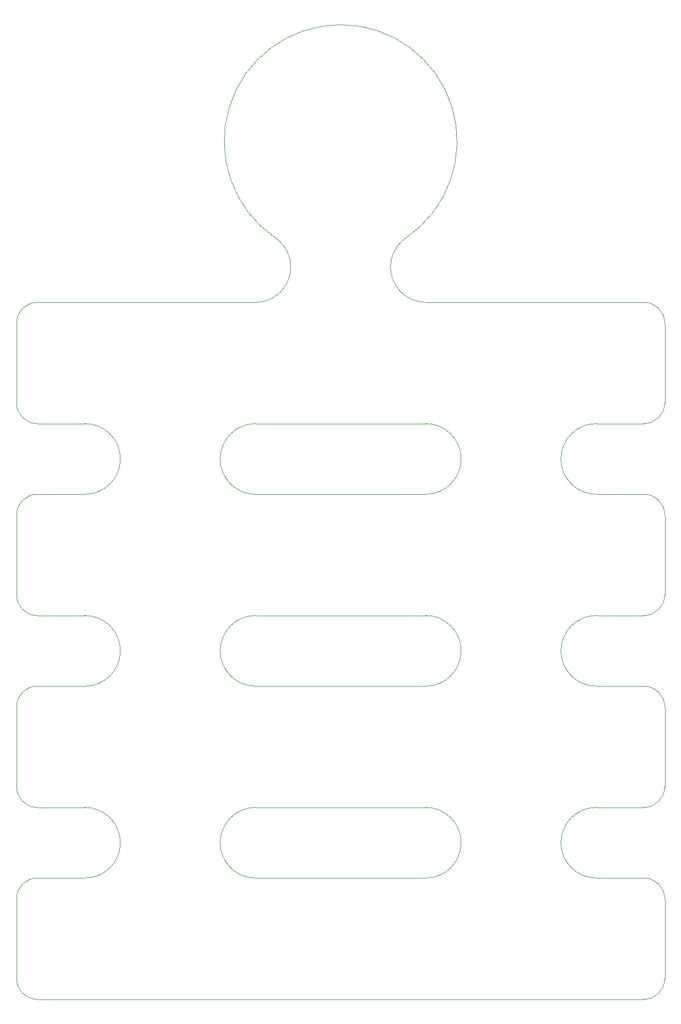
<source format=gbr>
G04 #@! TF.GenerationSoftware,KiCad,Pcbnew,(6.0.10-0)*
G04 #@! TF.CreationDate,2023-04-09T16:04:02+02:00*
G04 #@! TF.ProjectId,Uhr,5568722e-6b69-4636-9164-5f7063625858,rev?*
G04 #@! TF.SameCoordinates,PX3ef08c8PYb9f76bf*
G04 #@! TF.FileFunction,Profile,NP*
%FSLAX46Y46*%
G04 Gerber Fmt 4.6, Leading zero omitted, Abs format (unit mm)*
G04 Created by KiCad (PCBNEW (6.0.10-0)) date 2023-04-09 16:04:02*
%MOMM*%
%LPD*%
G01*
G04 APERTURE LIST*
G04 #@! TA.AperFunction,Profile*
%ADD10C,0.100000*%
G04 #@! TD*
G04 APERTURE END LIST*
D10*
X-8890000Y24869998D02*
G75*
G03*
X-8890000Y36090000I0J5610001D01*
G01*
X-19790000Y39370000D02*
X-19790000Y52070000D01*
X72390000Y-5610000D02*
X80010000Y-5610000D01*
X-19789999Y69850000D02*
G75*
G03*
X-16510000Y66570000I3279999J-1D01*
G01*
X72390000Y24870000D02*
X80010000Y24870000D01*
X-16510000Y5610000D02*
X-8890000Y5610000D01*
X-19790000Y-21590000D02*
X-19790000Y-8890000D01*
X-16510000Y55349999D02*
G75*
G03*
X-19790000Y52070000I0J-3280000D01*
G01*
X72390000Y66569998D02*
G75*
G03*
X72390000Y55350000I0J-5609999D01*
G01*
X80010000Y-24870000D02*
X31750000Y-24870000D01*
X45297000Y-5610002D02*
G75*
G03*
X45297000Y5610000I0J5610001D01*
G01*
X-8890000Y55350000D02*
X-16510000Y55350000D01*
X18203000Y36090000D02*
X31750000Y36090000D01*
X-19789999Y8890000D02*
G75*
G03*
X-16510000Y5610000I3279999J-1D01*
G01*
X31750000Y24870000D02*
X45297000Y24870000D01*
X-19790000Y69850000D02*
X-19790000Y82550000D01*
X72390000Y55350000D02*
X80010000Y55350000D01*
X-16510000Y24869999D02*
G75*
G03*
X-19790000Y21590000I0J-3280000D01*
G01*
X45297000Y55349998D02*
G75*
G03*
X45297000Y66570000I0J5610001D01*
G01*
X-19789999Y-21590000D02*
G75*
G03*
X-16510000Y-24870000I3279999J-1D01*
G01*
X-16510000Y85829999D02*
G75*
G03*
X-19790000Y82550000I0J-3280000D01*
G01*
X83290001Y21590000D02*
G75*
G03*
X80010000Y24870000I-3280001J-1D01*
G01*
X80010000Y66569999D02*
G75*
G03*
X83290000Y69850000I0J3280000D01*
G01*
X83290000Y-21590000D02*
X83290000Y-8890000D01*
X45297000Y24869998D02*
G75*
G03*
X45297000Y36090000I0J5610001D01*
G01*
X42147441Y96082458D02*
G75*
G03*
X31750000Y129928367I-10397441J15325911D01*
G01*
X18203000Y5609998D02*
G75*
G03*
X18203000Y-5610000I0J-5609999D01*
G01*
X31750000Y-5610000D02*
X45297000Y-5610000D01*
X31750000Y55350000D02*
X18203000Y55350000D01*
X83290001Y52070000D02*
G75*
G03*
X80010000Y55350000I-3280001J-1D01*
G01*
X80010000Y5610000D02*
X72390000Y5610000D01*
X-8890000Y55349998D02*
G75*
G03*
X-8890000Y66570000I0J5610001D01*
G01*
X80010000Y5609999D02*
G75*
G03*
X83290000Y8890000I0J3280000D01*
G01*
X31750000Y55350000D02*
X45297000Y55350000D01*
X80010000Y66570000D02*
X72390000Y66570000D01*
X-8890000Y-5610000D02*
X-16510000Y-5610000D01*
X80010000Y36090000D02*
X72390000Y36090000D01*
X45297000Y5610000D02*
X31750000Y5610000D01*
X18203000Y85829998D02*
G75*
G03*
X21352557Y96082455I0J5610001D01*
G01*
X83290000Y69850000D02*
X83290000Y82550000D01*
X45297000Y85830000D02*
X80010000Y85830000D01*
X31750000Y-5610000D02*
X18203000Y-5610000D01*
X-19789999Y39370000D02*
G75*
G03*
X-16510000Y36090000I3279999J-1D01*
G01*
X-16510000Y-5610001D02*
G75*
G03*
X-19790000Y-8890000I0J-3280000D01*
G01*
X45297000Y66570000D02*
X31750000Y66570000D01*
X80010000Y36089999D02*
G75*
G03*
X83290000Y39370000I0J3280000D01*
G01*
X18203000Y66570000D02*
X31750000Y66570000D01*
X18203000Y36089998D02*
G75*
G03*
X18203000Y24870000I0J-5609999D01*
G01*
X18203000Y85830000D02*
X-16510000Y85830000D01*
X31750000Y24870000D02*
X18203000Y24870000D01*
X45297000Y36090000D02*
X31750000Y36090000D01*
X-19790000Y8890000D02*
X-19790000Y21590000D01*
X-8890000Y24870000D02*
X-16510000Y24870000D01*
X83290000Y39370000D02*
X83290000Y52070000D01*
X-16510000Y-24870000D02*
X31750000Y-24870000D01*
X83290001Y-8890000D02*
G75*
G03*
X80010000Y-5610000I-3280001J-1D01*
G01*
X42147444Y96082454D02*
G75*
G03*
X45297000Y85830000I3149556J-4642455D01*
G01*
X-16510000Y66570000D02*
X-8890000Y66570000D01*
X18203000Y66569998D02*
G75*
G03*
X18203000Y55350000I0J-5609999D01*
G01*
X80010000Y-24870001D02*
G75*
G03*
X83290000Y-21590000I0J3280000D01*
G01*
X72390000Y36089998D02*
G75*
G03*
X72390000Y24870000I0J-5609999D01*
G01*
X-8890000Y-5610002D02*
G75*
G03*
X-8890000Y5610000I0J5610001D01*
G01*
X72390000Y5609998D02*
G75*
G03*
X72390000Y-5610000I0J-5609999D01*
G01*
X83290000Y8890000D02*
X83290000Y21590000D01*
X18203000Y5610000D02*
X31750000Y5610000D01*
X83290001Y82550000D02*
G75*
G03*
X80010000Y85830000I-3280001J-1D01*
G01*
X-16510000Y36090000D02*
X-8890000Y36090000D01*
X31750000Y129928371D02*
G75*
G03*
X21352557Y96082455I0J-18520002D01*
G01*
M02*

</source>
